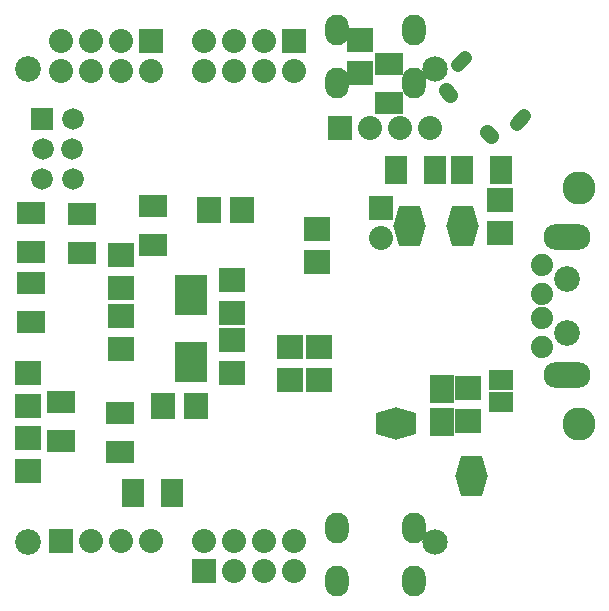
<source format=gbs>
G04 #@! TF.FileFunction,Soldermask,Bot*
%FSLAX46Y46*%
G04 Gerber Fmt 4.6, Leading zero omitted, Abs format (unit mm)*
G04 Created by KiCad (PCBNEW 4.0.2+dfsg1-stable) date Fri 18 May 2018 22:31:55 NZST*
%MOMM*%
G01*
G04 APERTURE LIST*
%ADD10C,0.150000*%
%ADD11R,2.032000X2.032000*%
%ADD12C,2.032000*%
%ADD13C,1.257300*%
%ADD14C,1.209040*%
%ADD15C,2.174240*%
%ADD16O,2.014220X2.608000*%
%ADD17R,2.311400X2.108200*%
%ADD18R,2.108200X2.311400*%
%ADD19R,1.828800X2.336800*%
%ADD20R,2.336800X1.828800*%
%ADD21R,2.009140X2.458720*%
%ADD22R,2.717800X3.479800*%
%ADD23R,1.828800X1.828800*%
%ADD24C,1.828800*%
%ADD25R,2.006600X1.808480*%
%ADD26C,2.153920*%
%ADD27C,1.879600*%
%ADD28O,3.987800X2.209800*%
%ADD29C,2.184400*%
%ADD30C,2.804800*%
G04 APERTURE END LIST*
D10*
D11*
X137800000Y-73130000D03*
D12*
X137800000Y-75670000D03*
D13*
X147145023Y-67093428D02*
X146791201Y-66739606D01*
X143610394Y-63558799D02*
X143256572Y-63204977D01*
D14*
X149884900Y-65415018D02*
X149285018Y-66014900D01*
X144934982Y-60465100D02*
X144335100Y-61064982D01*
D15*
X107900000Y-101430000D03*
D16*
X140548660Y-104747900D03*
X134051340Y-104747900D03*
X140548660Y-100252100D03*
X134051340Y-100252100D03*
X134051340Y-58112100D03*
X140548660Y-58112100D03*
X134051340Y-62607900D03*
X140548660Y-62607900D03*
D17*
X107920000Y-87103000D03*
X107920000Y-89897000D03*
X125200000Y-84353000D03*
X125200000Y-87147000D03*
D18*
X122157000Y-89940000D03*
X119363000Y-89940000D03*
D17*
X132560000Y-84933000D03*
X132560000Y-87727000D03*
X115820000Y-85137000D03*
X115820000Y-82343000D03*
X130050000Y-87727000D03*
X130050000Y-84933000D03*
X115820000Y-77143000D03*
X115820000Y-79937000D03*
X132390000Y-74913000D03*
X132390000Y-77707000D03*
D18*
X123223000Y-73310000D03*
X126017000Y-73310000D03*
D17*
X147878800Y-75285600D03*
X147878800Y-72491600D03*
X145158460Y-91196160D03*
X145158460Y-88402160D03*
X136050000Y-61757000D03*
X136050000Y-58963000D03*
D19*
X147970240Y-69910960D03*
X144668240Y-69910960D03*
X142379700Y-69921120D03*
X139077700Y-69921120D03*
D20*
X110720000Y-89549000D03*
X110720000Y-92851000D03*
X115700000Y-93831000D03*
X115700000Y-90529000D03*
D19*
X120101000Y-97260000D03*
X116799000Y-97260000D03*
D20*
X108120000Y-82851000D03*
X108120000Y-79549000D03*
X108120000Y-73549000D03*
X108120000Y-76851000D03*
X112500000Y-76951000D03*
X112500000Y-73649000D03*
X138460000Y-64281000D03*
X138460000Y-60979000D03*
X118470000Y-72989000D03*
X118470000Y-76291000D03*
D17*
X125200000Y-82047000D03*
X125200000Y-79253000D03*
X107920000Y-95397000D03*
X107920000Y-92603000D03*
D21*
X142989300Y-91244420D03*
X142989300Y-88496140D03*
D22*
X121670000Y-80502500D03*
X121670000Y-86217500D03*
D23*
X109066500Y-65660000D03*
D24*
X111733500Y-65660000D03*
X109193500Y-68200000D03*
X111606500Y-68200000D03*
X109066500Y-70740000D03*
X111733500Y-70740000D03*
D25*
X147960080Y-87698580D03*
X147960080Y-89603580D03*
D15*
X107900000Y-61430000D03*
D26*
X142400000Y-61430000D03*
X142400000Y-101430000D03*
D10*
G36*
X146339000Y-94185900D02*
X146847000Y-95963900D01*
X144053000Y-95963900D01*
X144561000Y-94185900D01*
X146339000Y-94185900D01*
X146339000Y-94185900D01*
G37*
G36*
X144561000Y-97564100D02*
X144053000Y-95786100D01*
X146847000Y-95786100D01*
X146339000Y-97564100D01*
X144561000Y-97564100D01*
X144561000Y-97564100D01*
G37*
G36*
X143819880Y-76408280D02*
X143311880Y-74630280D01*
X146105880Y-74630280D01*
X145597880Y-76408280D01*
X143819880Y-76408280D01*
X143819880Y-76408280D01*
G37*
G36*
X145597880Y-73030080D02*
X146105880Y-74808080D01*
X143311880Y-74808080D01*
X143819880Y-73030080D01*
X145597880Y-73030080D01*
X145597880Y-73030080D01*
G37*
G36*
X141058900Y-73019920D02*
X141566900Y-74797920D01*
X138772900Y-74797920D01*
X139280900Y-73019920D01*
X141058900Y-73019920D01*
X141058900Y-73019920D01*
G37*
G36*
X139280900Y-76398120D02*
X138772900Y-74620120D01*
X141566900Y-74620120D01*
X141058900Y-76398120D01*
X139280900Y-76398120D01*
X139280900Y-76398120D01*
G37*
D27*
X151389080Y-84960460D03*
X151389080Y-82461100D03*
X151389080Y-80459580D03*
X151389080Y-77960220D03*
D28*
X153520140Y-87309960D03*
X153520140Y-75610720D03*
D29*
X153520140Y-79159100D03*
X153520140Y-83761580D03*
D11*
X122790000Y-103870000D03*
D12*
X122790000Y-101330000D03*
X125330000Y-103870000D03*
X125330000Y-101330000D03*
X127870000Y-103870000D03*
X127870000Y-101330000D03*
X130410000Y-103870000D03*
X130410000Y-101330000D03*
D10*
G36*
X140739100Y-92329000D02*
X138961100Y-92837000D01*
X138961100Y-90043000D01*
X140739100Y-90551000D01*
X140739100Y-92329000D01*
X140739100Y-92329000D01*
G37*
G36*
X137360900Y-90551000D02*
X139138900Y-90043000D01*
X139138900Y-92837000D01*
X137360900Y-92329000D01*
X137360900Y-90551000D01*
X137360900Y-90551000D01*
G37*
D11*
X130410000Y-59030000D03*
D12*
X130410000Y-61570000D03*
X127870000Y-59030000D03*
X127870000Y-61570000D03*
X125330000Y-59030000D03*
X125330000Y-61570000D03*
X122790000Y-59030000D03*
X122790000Y-61570000D03*
D11*
X110690000Y-101330000D03*
D12*
X113230000Y-101330000D03*
X115770000Y-101330000D03*
X118310000Y-101330000D03*
D11*
X134320000Y-66400000D03*
D12*
X136860000Y-66400000D03*
X139400000Y-66400000D03*
X141940000Y-66400000D03*
D11*
X118310000Y-59030000D03*
D12*
X118310000Y-61570000D03*
X115770000Y-59030000D03*
X115770000Y-61570000D03*
X113230000Y-59030000D03*
X113230000Y-61570000D03*
X110690000Y-59030000D03*
X110690000Y-61570000D03*
D30*
X154520000Y-71460000D03*
X154520000Y-91460000D03*
M02*

</source>
